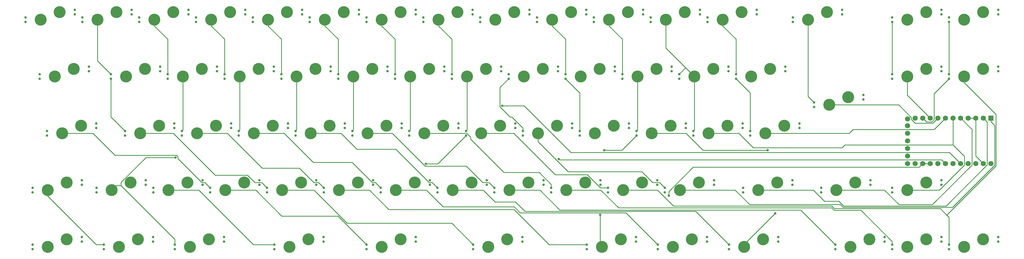
<source format=gtl>
%TF.GenerationSoftware,KiCad,Pcbnew,(5.99.0-12974-ge12f9a194d)*%
%TF.CreationDate,2022-03-06T12:10:11+01:00*%
%TF.ProjectId,lazercut,6c617a65-7263-4757-942e-6b696361645f,rev?*%
%TF.SameCoordinates,Original*%
%TF.FileFunction,Copper,L1,Top*%
%TF.FilePolarity,Positive*%
%FSLAX46Y46*%
G04 Gerber Fmt 4.6, Leading zero omitted, Abs format (unit mm)*
G04 Created by KiCad (PCBNEW (5.99.0-12974-ge12f9a194d)) date 2022-03-06 12:10:11*
%MOMM*%
%LPD*%
G01*
G04 APERTURE LIST*
%TA.AperFunction,ComponentPad*%
%ADD10C,0.800000*%
%TD*%
%TA.AperFunction,ComponentPad*%
%ADD11C,4.000000*%
%TD*%
%TA.AperFunction,ComponentPad*%
%ADD12R,1.752600X1.752600*%
%TD*%
%TA.AperFunction,ComponentPad*%
%ADD13C,1.752600*%
%TD*%
%TA.AperFunction,ViaPad*%
%ADD14C,0.800000*%
%TD*%
%TA.AperFunction,Conductor*%
%ADD15C,0.250000*%
%TD*%
G04 APERTURE END LIST*
D10*
X254235000Y-31223000D03*
X254235000Y-32747000D03*
D11*
X259315000Y-31985000D03*
D10*
X270745000Y-30207000D03*
D11*
X265665000Y-29445000D03*
D10*
X270745000Y-28683000D03*
X187560000Y-50273000D03*
X187560000Y-51797000D03*
D11*
X192640000Y-51035000D03*
X198990000Y-48495000D03*
D10*
X204070000Y-49257000D03*
X204070000Y-47733000D03*
X220897500Y-89897000D03*
D11*
X225977500Y-89135000D03*
D10*
X220897500Y-88373000D03*
X237407500Y-87357000D03*
X237407500Y-85833000D03*
D11*
X232327500Y-86595000D03*
D10*
X268522500Y-69323000D03*
X268522500Y-70847000D03*
D11*
X273602500Y-70085000D03*
D10*
X285032500Y-66783000D03*
X285032500Y-68307000D03*
D11*
X279952500Y-67545000D03*
D10*
X54210000Y-51797000D03*
X54210000Y-50273000D03*
D11*
X59290000Y-51035000D03*
X65640000Y-48495000D03*
D10*
X70720000Y-49257000D03*
X70720000Y-47733000D03*
X97072500Y-69323000D03*
X97072500Y-70847000D03*
D11*
X102152500Y-70085000D03*
D10*
X113582500Y-68307000D03*
D11*
X108502500Y-67545000D03*
D10*
X113582500Y-66783000D03*
D11*
X64052500Y-70085000D03*
D10*
X58972500Y-69323000D03*
X58972500Y-70847000D03*
D11*
X70402500Y-67545000D03*
D10*
X75482500Y-68307000D03*
X75482500Y-66783000D03*
X335197500Y-31223000D03*
D11*
X340277500Y-31985000D03*
D10*
X335197500Y-32747000D03*
X351707500Y-30207000D03*
D11*
X346627500Y-29445000D03*
D10*
X351707500Y-28683000D03*
X101835000Y-31223000D03*
D11*
X106915000Y-31985000D03*
D10*
X101835000Y-32747000D03*
D11*
X113265000Y-29445000D03*
D10*
X118345000Y-30207000D03*
X118345000Y-28683000D03*
D11*
X121202500Y-70085000D03*
D10*
X116122500Y-70847000D03*
X116122500Y-69323000D03*
X132632500Y-66783000D03*
X132632500Y-68307000D03*
D11*
X127552500Y-67545000D03*
D10*
X316147500Y-108947000D03*
D11*
X321227500Y-108185000D03*
D10*
X316147500Y-107423000D03*
X332657500Y-106407000D03*
D11*
X327577500Y-105645000D03*
D10*
X332657500Y-104883000D03*
X292335000Y-88373000D03*
D11*
X297415000Y-89135000D03*
D10*
X292335000Y-89897000D03*
X308845000Y-87357000D03*
D11*
X303765000Y-86595000D03*
D10*
X308845000Y-85833000D03*
D11*
X159302500Y-70085000D03*
D10*
X154222500Y-70847000D03*
X154222500Y-69323000D03*
X170732500Y-68307000D03*
X170732500Y-66783000D03*
D11*
X165652500Y-67545000D03*
D10*
X316147500Y-50273000D03*
X316147500Y-51797000D03*
D11*
X321227500Y-51035000D03*
D10*
X332657500Y-49257000D03*
D11*
X327577500Y-48495000D03*
D10*
X332657500Y-47733000D03*
D11*
X87865000Y-31985000D03*
D10*
X82785000Y-31223000D03*
X82785000Y-32747000D03*
X99295000Y-30207000D03*
D11*
X94215000Y-29445000D03*
D10*
X99295000Y-28683000D03*
X32778800Y-69323000D03*
D11*
X37858800Y-70085000D03*
D10*
X32778800Y-70847000D03*
D11*
X44208800Y-67545000D03*
D10*
X49288800Y-68307000D03*
X49288800Y-66783000D03*
D12*
X349250000Y-65024000D03*
D13*
X346710000Y-65024000D03*
X344170000Y-65024000D03*
X341630000Y-65024000D03*
X339090000Y-65024000D03*
X336550000Y-65024000D03*
X334010000Y-65024000D03*
X331470000Y-65024000D03*
X328930000Y-65024000D03*
X326390000Y-65024000D03*
X323850000Y-65024000D03*
X321310000Y-65252600D03*
X321310000Y-80264000D03*
X323850000Y-80264000D03*
X326390000Y-80264000D03*
X328930000Y-80264000D03*
X331470000Y-80264000D03*
X334010000Y-80264000D03*
X336550000Y-80264000D03*
X339090000Y-80264000D03*
X341630000Y-80264000D03*
X344170000Y-80264000D03*
X346710000Y-80264000D03*
X349250000Y-80264000D03*
X321310000Y-67564000D03*
X321310000Y-70104000D03*
X321310000Y-72644000D03*
X321310000Y-75184000D03*
X321310000Y-77724000D03*
D10*
X130410000Y-50273000D03*
X130410000Y-51797000D03*
D11*
X135490000Y-51035000D03*
X141840000Y-48495000D03*
D10*
X146920000Y-49257000D03*
X146920000Y-47733000D03*
X239947500Y-89897000D03*
X239947500Y-88373000D03*
D11*
X245027500Y-89135000D03*
X251377500Y-86595000D03*
D10*
X256457500Y-85833000D03*
X256457500Y-87357000D03*
D11*
X218833800Y-108185000D03*
D10*
X213753800Y-107423000D03*
X213753800Y-108947000D03*
X230263800Y-104883000D03*
X230263800Y-106407000D03*
D11*
X225183800Y-105645000D03*
X35477500Y-51035000D03*
D10*
X30397500Y-50273000D03*
X30397500Y-51797000D03*
X46907500Y-47733000D03*
X46907500Y-49257000D03*
D11*
X41827500Y-48495000D03*
X140252500Y-70085000D03*
D10*
X135172500Y-70847000D03*
X135172500Y-69323000D03*
X151682500Y-68307000D03*
X151682500Y-66783000D03*
D11*
X146602500Y-67545000D03*
D10*
X63735000Y-31223000D03*
D11*
X68815000Y-31985000D03*
D10*
X63735000Y-32747000D03*
X80245000Y-28683000D03*
X80245000Y-30207000D03*
D11*
X75165000Y-29445000D03*
X302177500Y-108185000D03*
D10*
X297097500Y-107423000D03*
X297097500Y-108947000D03*
X313607500Y-104883000D03*
X313607500Y-106407000D03*
D11*
X308527500Y-105645000D03*
D10*
X139935000Y-108947000D03*
D11*
X145015000Y-108185000D03*
D10*
X139935000Y-107423000D03*
X156445000Y-104883000D03*
D11*
X151365000Y-105645000D03*
D10*
X156445000Y-106407000D03*
X168510000Y-50273000D03*
X168510000Y-51797000D03*
D11*
X173590000Y-51035000D03*
D10*
X185020000Y-49257000D03*
X185020000Y-47733000D03*
D11*
X179940000Y-48495000D03*
D10*
X49447500Y-89897000D03*
D11*
X54527500Y-89135000D03*
D10*
X49447500Y-88373000D03*
D11*
X60877500Y-86595000D03*
D10*
X65957500Y-87357000D03*
X65957500Y-85833000D03*
X68497500Y-89897000D03*
X68497500Y-88373000D03*
D11*
X73577500Y-89135000D03*
D10*
X85007500Y-85833000D03*
X85007500Y-87357000D03*
D11*
X79927500Y-86595000D03*
X149777500Y-89135000D03*
D10*
X144697500Y-88373000D03*
X144697500Y-89897000D03*
X161207500Y-85833000D03*
X161207500Y-87357000D03*
D11*
X156127500Y-86595000D03*
D10*
X158985000Y-32747000D03*
X158985000Y-31223000D03*
D11*
X164065000Y-31985000D03*
D10*
X175495000Y-28683000D03*
X175495000Y-30207000D03*
D11*
X170415000Y-29445000D03*
X295033800Y-60560000D03*
D10*
X289953800Y-61322000D03*
X289953800Y-59798000D03*
X306463800Y-57258000D03*
D11*
X301383800Y-58020000D03*
D10*
X306463800Y-58782000D03*
X263760000Y-51797000D03*
X263760000Y-50273000D03*
D11*
X268840000Y-51035000D03*
D10*
X280270000Y-47733000D03*
X280270000Y-49257000D03*
D11*
X275190000Y-48495000D03*
D10*
X230422500Y-70847000D03*
D11*
X235502500Y-70085000D03*
D10*
X230422500Y-69323000D03*
D11*
X241852500Y-67545000D03*
D10*
X246932500Y-66783000D03*
X246932500Y-68307000D03*
X108978800Y-107423000D03*
X108978800Y-108947000D03*
D11*
X114058800Y-108185000D03*
D10*
X125488800Y-106407000D03*
D11*
X120408800Y-105645000D03*
D10*
X125488800Y-104883000D03*
X173272500Y-70847000D03*
D11*
X178352500Y-70085000D03*
D10*
X173272500Y-69323000D03*
X189782500Y-68307000D03*
D11*
X184702500Y-67545000D03*
D10*
X189782500Y-66783000D03*
X211372500Y-70847000D03*
X211372500Y-69323000D03*
D11*
X216452500Y-70085000D03*
X222802500Y-67545000D03*
D10*
X227882500Y-66783000D03*
X227882500Y-68307000D03*
X44685000Y-31223000D03*
D11*
X49765000Y-31985000D03*
D10*
X44685000Y-32747000D03*
X61195000Y-30207000D03*
X61195000Y-28683000D03*
D11*
X56115000Y-29445000D03*
D10*
X25635000Y-31223000D03*
X25635000Y-32747000D03*
D11*
X30715000Y-31985000D03*
D10*
X42145000Y-28683000D03*
D11*
X37065000Y-29445000D03*
D10*
X42145000Y-30207000D03*
X237566300Y-107423000D03*
X237566300Y-108947000D03*
D11*
X242646300Y-108185000D03*
X248996300Y-105645000D03*
D10*
X254076300Y-104883000D03*
X254076300Y-106407000D03*
X87547500Y-88373000D03*
D11*
X92627500Y-89135000D03*
D10*
X87547500Y-89897000D03*
X104057500Y-85833000D03*
D11*
X98977500Y-86595000D03*
D10*
X104057500Y-87357000D03*
X182797500Y-89897000D03*
X182797500Y-88373000D03*
D11*
X187877500Y-89135000D03*
X194227500Y-86595000D03*
D10*
X199307500Y-85833000D03*
X199307500Y-87357000D03*
X206610000Y-51797000D03*
X206610000Y-50273000D03*
D11*
X211690000Y-51035000D03*
X218040000Y-48495000D03*
D10*
X223120000Y-47733000D03*
X223120000Y-49257000D03*
D11*
X206927500Y-89135000D03*
D10*
X201847500Y-88373000D03*
X201847500Y-89897000D03*
X218357500Y-85833000D03*
X218357500Y-87357000D03*
D11*
X213277500Y-86595000D03*
D10*
X197085000Y-32747000D03*
D11*
X202165000Y-31985000D03*
D10*
X197085000Y-31223000D03*
D11*
X208515000Y-29445000D03*
D10*
X213595000Y-30207000D03*
X213595000Y-28683000D03*
D11*
X145015000Y-31985000D03*
D10*
X139935000Y-32747000D03*
X139935000Y-31223000D03*
X156445000Y-30207000D03*
X156445000Y-28683000D03*
D11*
X151365000Y-29445000D03*
D10*
X178035000Y-32747000D03*
D11*
X183115000Y-31985000D03*
D10*
X178035000Y-31223000D03*
X194545000Y-28683000D03*
D11*
X189465000Y-29445000D03*
D10*
X194545000Y-30207000D03*
X120885000Y-32747000D03*
D11*
X125965000Y-31985000D03*
D10*
X120885000Y-31223000D03*
D11*
X132315000Y-29445000D03*
D10*
X137395000Y-30207000D03*
X137395000Y-28683000D03*
X316147500Y-31223000D03*
X316147500Y-32747000D03*
D11*
X321227500Y-31985000D03*
D10*
X332657500Y-28683000D03*
X332657500Y-30207000D03*
D11*
X327577500Y-29445000D03*
D10*
X216135000Y-32747000D03*
D11*
X221215000Y-31985000D03*
D10*
X216135000Y-31223000D03*
X232645000Y-28683000D03*
X232645000Y-30207000D03*
D11*
X227565000Y-29445000D03*
D10*
X192322500Y-70847000D03*
X192322500Y-69323000D03*
D11*
X197402500Y-70085000D03*
D10*
X208832500Y-68307000D03*
X208832500Y-66783000D03*
D11*
X203752500Y-67545000D03*
X240265000Y-31985000D03*
D10*
X235185000Y-31223000D03*
X235185000Y-32747000D03*
X251695000Y-28683000D03*
X251695000Y-30207000D03*
D11*
X246615000Y-29445000D03*
D10*
X163747500Y-88373000D03*
D11*
X168827500Y-89135000D03*
D10*
X163747500Y-89897000D03*
X180257500Y-85833000D03*
X180257500Y-87357000D03*
D11*
X175177500Y-86595000D03*
D10*
X51828800Y-108947000D03*
X51828800Y-107423000D03*
D11*
X56908800Y-108185000D03*
D10*
X68338800Y-106407000D03*
X68338800Y-104883000D03*
D11*
X63258800Y-105645000D03*
D10*
X92310000Y-50273000D03*
X92310000Y-51797000D03*
D11*
X97390000Y-51035000D03*
D10*
X108820000Y-49257000D03*
D11*
X103740000Y-48495000D03*
D10*
X108820000Y-47733000D03*
X225660000Y-50273000D03*
D11*
X230740000Y-51035000D03*
D10*
X225660000Y-51797000D03*
X242170000Y-49257000D03*
X242170000Y-47733000D03*
D11*
X237090000Y-48495000D03*
X33096300Y-108185000D03*
D10*
X28016300Y-107423000D03*
X28016300Y-108947000D03*
X44526300Y-104883000D03*
D11*
X39446300Y-105645000D03*
D10*
X44526300Y-106407000D03*
X149460000Y-50273000D03*
X149460000Y-51797000D03*
D11*
X154540000Y-51035000D03*
D10*
X165970000Y-49257000D03*
D11*
X160890000Y-48495000D03*
D10*
X165970000Y-47733000D03*
X73260000Y-50273000D03*
D11*
X78340000Y-51035000D03*
D10*
X73260000Y-51797000D03*
D11*
X84690000Y-48495000D03*
D10*
X89770000Y-47733000D03*
X89770000Y-49257000D03*
X335197500Y-107423000D03*
X335197500Y-108947000D03*
D11*
X340277500Y-108185000D03*
D10*
X351707500Y-106407000D03*
D11*
X346627500Y-105645000D03*
D10*
X351707500Y-104883000D03*
D11*
X180733800Y-108185000D03*
D10*
X175653800Y-107423000D03*
X175653800Y-108947000D03*
X192163800Y-104883000D03*
X192163800Y-106407000D03*
D11*
X187083800Y-105645000D03*
X340277500Y-51035000D03*
D10*
X335197500Y-51797000D03*
X335197500Y-50273000D03*
X351707500Y-49257000D03*
D11*
X346627500Y-48495000D03*
D10*
X351707500Y-47733000D03*
X249472500Y-69323000D03*
X249472500Y-70847000D03*
D11*
X254552500Y-70085000D03*
X260902500Y-67545000D03*
D10*
X265982500Y-66783000D03*
X265982500Y-68307000D03*
X111360000Y-51797000D03*
X111360000Y-50273000D03*
D11*
X116440000Y-51035000D03*
X122790000Y-48495000D03*
D10*
X127870000Y-47733000D03*
X127870000Y-49257000D03*
X282810000Y-32747000D03*
X282810000Y-31223000D03*
D11*
X287890000Y-31985000D03*
D10*
X299320000Y-30207000D03*
X299320000Y-28683000D03*
D11*
X294240000Y-29445000D03*
X130727500Y-89135000D03*
D10*
X125647500Y-89897000D03*
X125647500Y-88373000D03*
X142157500Y-87357000D03*
D11*
X137077500Y-86595000D03*
D10*
X142157500Y-85833000D03*
X106597500Y-89897000D03*
X106597500Y-88373000D03*
D11*
X111677500Y-89135000D03*
D10*
X123107500Y-87357000D03*
D11*
X118027500Y-86595000D03*
D10*
X123107500Y-85833000D03*
X75641300Y-108947000D03*
X75641300Y-107423000D03*
D11*
X80721300Y-108185000D03*
X87071300Y-105645000D03*
D10*
X92151300Y-106407000D03*
X92151300Y-104883000D03*
X266141300Y-89897000D03*
D11*
X271221300Y-89135000D03*
D10*
X266141300Y-88373000D03*
X282651300Y-87357000D03*
X282651300Y-85833000D03*
D11*
X277571300Y-86595000D03*
D10*
X28016300Y-88373000D03*
X28016300Y-89897000D03*
D11*
X33096300Y-89135000D03*
D10*
X44526300Y-87357000D03*
X44526300Y-85833000D03*
D11*
X39446300Y-86595000D03*
D10*
X244710000Y-51797000D03*
D11*
X249790000Y-51035000D03*
D10*
X244710000Y-50273000D03*
X261220000Y-49257000D03*
X261220000Y-47733000D03*
D11*
X256140000Y-48495000D03*
D10*
X261378800Y-107423000D03*
X261378800Y-108947000D03*
D11*
X266458800Y-108185000D03*
X272808800Y-105645000D03*
D10*
X277888800Y-104883000D03*
X277888800Y-106407000D03*
X78022500Y-69323000D03*
X78022500Y-70847000D03*
D11*
X83102500Y-70085000D03*
X89452500Y-67545000D03*
D10*
X94532500Y-68307000D03*
X94532500Y-66783000D03*
D11*
X321227500Y-89135000D03*
D10*
X316147500Y-89897000D03*
X316147500Y-88373000D03*
X332657500Y-85833000D03*
D11*
X327577500Y-86595000D03*
D10*
X332657500Y-87357000D03*
D14*
X185419200Y-60891300D03*
X204310000Y-78724900D03*
X241247100Y-91000600D03*
X218195400Y-97451100D03*
X219617900Y-75788100D03*
X274330400Y-75728800D03*
X276926300Y-96904200D03*
X75930900Y-78198900D03*
X159841800Y-80356900D03*
D15*
X208405000Y-76513400D02*
X335339400Y-76513400D01*
X192782900Y-60891300D02*
X208405000Y-76513400D01*
X335339400Y-76513400D02*
X339090000Y-80264000D01*
X185419200Y-60891300D02*
X192782900Y-60891300D01*
X334010000Y-80264000D02*
X332722700Y-78976700D01*
X204561800Y-78976700D02*
X204310000Y-78724900D01*
X332722700Y-78976700D02*
X204561800Y-78976700D01*
X326390000Y-80264000D02*
X325188400Y-81465600D01*
X328930000Y-80264000D02*
X326390000Y-80264000D01*
X241247100Y-89626100D02*
X241247100Y-91000600D01*
X249407600Y-81465600D02*
X241247100Y-89626100D01*
X325188400Y-81465600D02*
X249407600Y-81465600D01*
X139935000Y-107423000D02*
X130355200Y-97843200D01*
X184649600Y-54707400D02*
X184649600Y-61201800D01*
X263470900Y-89135000D02*
X245027500Y-89135000D01*
X187560000Y-51797000D02*
X184649600Y-54707400D01*
X336338900Y-94899800D02*
X299620900Y-94899800D01*
X299620900Y-94899800D02*
X298720300Y-93999200D01*
X188128700Y-64680900D02*
X188723500Y-64680900D01*
X268335100Y-93999200D02*
X263470900Y-89135000D01*
X349250000Y-65024000D02*
X349250000Y-66225600D01*
X350451600Y-67427200D02*
X350451600Y-80787100D01*
X76231400Y-77473600D02*
X55595900Y-77473600D01*
X197402500Y-72879100D02*
X207456100Y-82932700D01*
X130355200Y-97843200D02*
X111497300Y-97843200D01*
X235850600Y-86595000D02*
X238169500Y-86595000D01*
X192322500Y-68279900D02*
X192322500Y-69323000D01*
X238169500Y-86595000D02*
X239947500Y-88373000D01*
X188723500Y-64680900D02*
X192322500Y-68279900D01*
X84705600Y-86595000D02*
X76656200Y-78545600D01*
X102789100Y-89135000D02*
X92627500Y-89135000D01*
X197402500Y-70085000D02*
X197402500Y-72879100D01*
X184649600Y-61201800D02*
X188128700Y-64680900D01*
X232188300Y-82932700D02*
X235850600Y-86595000D01*
X76656200Y-78545600D02*
X76656200Y-77898400D01*
X87547500Y-88373000D02*
X85769500Y-86595000D01*
X85769500Y-86595000D02*
X84705600Y-86595000D01*
X349250000Y-66225600D02*
X350451600Y-67427200D01*
X76656200Y-77898400D02*
X76231400Y-77473600D01*
X48207300Y-70085000D02*
X37858800Y-70085000D01*
X55595900Y-77473600D02*
X48207300Y-70085000D01*
X298720300Y-93999200D02*
X268335100Y-93999200D01*
X111497300Y-97843200D02*
X102789100Y-89135000D01*
X207456100Y-82932700D02*
X232188300Y-82932700D01*
X350451600Y-80787100D02*
X336338900Y-94899800D01*
X104819500Y-86595000D02*
X106597500Y-88373000D01*
X111677500Y-89135000D02*
X122283900Y-89135000D01*
X58972500Y-69323000D02*
X54210000Y-64560500D01*
X54210000Y-50273000D02*
X49765000Y-45828000D01*
X133413800Y-100264900D02*
X168495700Y-100264900D01*
X168495700Y-100264900D02*
X175653800Y-107423000D01*
X54210000Y-64560500D02*
X54210000Y-51797000D01*
X49765000Y-45828000D02*
X49765000Y-31985000D01*
X293405100Y-92875400D02*
X298233400Y-92875400D01*
X75140800Y-70085000D02*
X89160000Y-84104200D01*
X100009800Y-84104200D02*
X102500600Y-86595000D01*
X206610000Y-38542300D02*
X202165000Y-34097300D01*
X334225200Y-94449500D02*
X347980000Y-80694700D01*
X122283900Y-89135000D02*
X133413800Y-100264900D01*
X102500600Y-86595000D02*
X104819500Y-86595000D01*
X271221300Y-89135000D02*
X289664700Y-89135000D01*
X298233400Y-92875400D02*
X299807500Y-94449500D01*
X64052500Y-70085000D02*
X75140800Y-70085000D01*
X289664700Y-89135000D02*
X293405100Y-92875400D01*
X89160000Y-84104200D02*
X100009800Y-84104200D01*
X211372500Y-56559500D02*
X211372500Y-69323000D01*
X202165000Y-34097300D02*
X202165000Y-31985000D01*
X347980000Y-66294000D02*
X346710000Y-65024000D01*
X347980000Y-80694700D02*
X347980000Y-66294000D01*
X206610000Y-51797000D02*
X211372500Y-56559500D01*
X299807500Y-94449500D02*
X334225200Y-94449500D01*
X206610000Y-50273000D02*
X206610000Y-38542300D01*
X130727500Y-89135000D02*
X140889100Y-89135000D01*
X230740000Y-69005500D02*
X230422500Y-69323000D01*
X247005000Y-70085000D02*
X252648800Y-75728800D01*
X297415000Y-89135000D02*
X313522200Y-89135000D01*
X230422500Y-70847000D02*
X225481400Y-75788100D01*
X189333100Y-95629000D02*
X201127100Y-107423000D01*
X342840500Y-68774500D02*
X339090000Y-65024000D01*
X122254300Y-86595000D02*
X117409100Y-81749800D01*
X225660000Y-38542300D02*
X221215000Y-34097300D01*
X123869500Y-86595000D02*
X122254300Y-86595000D01*
X252648800Y-75728800D02*
X274330400Y-75728800D01*
X104928900Y-81749800D02*
X93264100Y-70085000D01*
X313522200Y-89135000D02*
X318386300Y-93999100D01*
X230740000Y-51035000D02*
X230740000Y-69005500D01*
X235502500Y-70085000D02*
X247005000Y-70085000D01*
X125647500Y-88373000D02*
X123869500Y-86595000D01*
X140889100Y-89135000D02*
X147383100Y-95629000D01*
X218195400Y-97451100D02*
X218195400Y-107546600D01*
X201127100Y-107423000D02*
X213753800Y-107423000D01*
X78340000Y-69005500D02*
X78340000Y-51035000D01*
X329595200Y-93999100D02*
X342840500Y-80753800D01*
X68815000Y-34097300D02*
X68815000Y-31985000D01*
X73260000Y-50273000D02*
X73260000Y-38542300D01*
X78022500Y-69323000D02*
X78340000Y-69005500D01*
X221215000Y-34097300D02*
X221215000Y-31985000D01*
X93264100Y-70085000D02*
X83102500Y-70085000D01*
X225481400Y-75788100D02*
X219617900Y-75788100D01*
X225660000Y-50273000D02*
X225660000Y-38542300D01*
X117409100Y-81749800D02*
X104928900Y-81749800D01*
X147383100Y-95629000D02*
X189333100Y-95629000D01*
X218195400Y-107546600D02*
X218833800Y-108185000D01*
X318386300Y-93999100D02*
X329595200Y-93999100D01*
X342840500Y-80753800D02*
X342840500Y-68774500D01*
X73260000Y-38542300D02*
X68815000Y-34097300D01*
X331962200Y-89135000D02*
X321227500Y-89135000D01*
X340344700Y-80752500D02*
X331962200Y-89135000D01*
X159939100Y-89135000D02*
X149777500Y-89135000D01*
X226869100Y-96725800D02*
X191385100Y-96725800D01*
X122054300Y-79825200D02*
X112314100Y-70085000D01*
X141855500Y-86595000D02*
X135085700Y-79825200D01*
X135085700Y-79825200D02*
X122054300Y-79825200D01*
X336550000Y-73978400D02*
X300280300Y-73978400D01*
X246869000Y-48114000D02*
X240265000Y-41510000D01*
X336550000Y-73978400D02*
X340344700Y-77773100D01*
X336550000Y-73978400D02*
X336550000Y-65024000D01*
X92310000Y-38542300D02*
X87865000Y-34097300D01*
X165549800Y-94745700D02*
X159939100Y-89135000D01*
X92310000Y-50273000D02*
X92310000Y-38542300D01*
X269573400Y-74944300D02*
X264714100Y-70085000D01*
X249472500Y-69323000D02*
X249790000Y-69005500D01*
X87865000Y-34097300D02*
X87865000Y-31985000D01*
X300280300Y-73978400D02*
X299314400Y-74944300D01*
X340344700Y-77773100D02*
X340344700Y-80752500D01*
X189405000Y-94745700D02*
X165549800Y-94745700D01*
X264714100Y-70085000D02*
X254552500Y-70085000D01*
X299314400Y-74944300D02*
X269573400Y-74944300D01*
X249790000Y-51035000D02*
X246869000Y-48114000D01*
X112314100Y-70085000D02*
X102152500Y-70085000D01*
X246869000Y-48114000D02*
X244710000Y-50273000D01*
X144697500Y-88373000D02*
X142919500Y-86595000D01*
X142919500Y-86595000D02*
X141855500Y-86595000D01*
X240265000Y-41510000D02*
X240265000Y-31985000D01*
X237566300Y-107423000D02*
X226869100Y-96725800D01*
X249790000Y-69005500D02*
X249790000Y-51035000D01*
X191385100Y-96725800D02*
X189405000Y-94745700D01*
X97390000Y-69005500D02*
X97390000Y-51035000D01*
X97072500Y-69323000D02*
X97390000Y-69005500D01*
X116440000Y-69005500D02*
X116440000Y-51035000D01*
X106915000Y-34097300D02*
X106915000Y-31985000D01*
X250231300Y-96275500D02*
X261378800Y-107423000D01*
X131364100Y-70085000D02*
X121202500Y-70085000D01*
X302980700Y-68834000D02*
X330200000Y-68834000D01*
X189878200Y-93145700D02*
X193008000Y-96275500D01*
X178989100Y-89135000D02*
X182999800Y-93145700D01*
X193008000Y-96275500D02*
X250231300Y-96275500D01*
X266458800Y-108185000D02*
X266458800Y-107371700D01*
X273602500Y-70085000D02*
X301729700Y-70085000D01*
X266458800Y-107371700D02*
X276926300Y-96904200D01*
X168827500Y-89135000D02*
X178989100Y-89135000D01*
X116122500Y-69323000D02*
X116440000Y-69005500D01*
X263760000Y-50273000D02*
X263760000Y-38542300D01*
X161969500Y-86595000D02*
X160905500Y-86595000D01*
X268522500Y-56559500D02*
X268522500Y-69323000D01*
X301729700Y-70085000D02*
X302980700Y-68834000D01*
X149728300Y-75417800D02*
X136696900Y-75417800D01*
X160905500Y-86595000D02*
X149728300Y-75417800D01*
X259315000Y-34097300D02*
X259315000Y-31985000D01*
X263760000Y-51797000D02*
X268522500Y-56559500D01*
X163747500Y-88373000D02*
X161969500Y-86595000D01*
X111360000Y-50273000D02*
X111360000Y-38542300D01*
X111360000Y-38542300D02*
X106915000Y-34097300D01*
X182999800Y-93145700D02*
X189878200Y-93145700D01*
X330200000Y-68834000D02*
X334010000Y-65024000D01*
X263760000Y-38542300D02*
X259315000Y-34097300D01*
X136696900Y-75417800D02*
X131364100Y-70085000D01*
X204704700Y-95800600D02*
X285475100Y-95800600D01*
X125965000Y-34097300D02*
X125965000Y-31985000D01*
X323826600Y-66716100D02*
X329777900Y-66716100D01*
X148544200Y-70085000D02*
X159541400Y-81082200D01*
X173361100Y-81082200D02*
X178873900Y-86595000D01*
X135172500Y-69323000D02*
X135490000Y-69005500D01*
X130410000Y-50273000D02*
X130410000Y-38542300D01*
X322580000Y-65469500D02*
X323826600Y-66716100D01*
X178873900Y-86595000D02*
X181019500Y-86595000D01*
X159541400Y-81082200D02*
X173361100Y-81082200D01*
X181019500Y-86595000D02*
X182797500Y-88373000D01*
X295033800Y-60560000D02*
X318334600Y-60560000D01*
X285475100Y-95800600D02*
X297097500Y-107423000D01*
X287890000Y-57734200D02*
X287890000Y-31985000D01*
X130410000Y-38542300D02*
X125965000Y-34097300D01*
X135490000Y-69005500D02*
X135490000Y-51035000D01*
X33096300Y-89135000D02*
X33096300Y-91192600D01*
X33096300Y-91192600D02*
X49326700Y-107423000D01*
X329777900Y-66716100D02*
X331470000Y-65024000D01*
X318334600Y-60560000D02*
X322580000Y-64805400D01*
X49326700Y-107423000D02*
X51828800Y-107423000D01*
X187877500Y-89135000D02*
X198039100Y-89135000D01*
X198039100Y-89135000D02*
X204704700Y-95800600D01*
X322580000Y-64805400D02*
X322580000Y-65469500D01*
X140252500Y-70085000D02*
X148544200Y-70085000D01*
X289953800Y-59798000D02*
X287890000Y-57734200D01*
X305712200Y-95953700D02*
X316147500Y-106389000D01*
X224381600Y-95086600D02*
X295819700Y-95086600D01*
X316147500Y-50273000D02*
X316147500Y-32747000D01*
X57621600Y-87655000D02*
X75641300Y-105674700D01*
X197829900Y-83226400D02*
X201847500Y-87244000D01*
X201847500Y-87244000D02*
X201847500Y-88373000D01*
X218430000Y-89135000D02*
X224381600Y-95086600D01*
X206927500Y-89135000D02*
X218430000Y-89135000D01*
X149460000Y-50273000D02*
X149460000Y-38542300D01*
X57621600Y-87655000D02*
X57621600Y-86545300D01*
X173551200Y-70085000D02*
X174826500Y-71360300D01*
X154222500Y-69323000D02*
X154540000Y-69005500D01*
X316147500Y-106389000D02*
X316147500Y-107423000D01*
X328930000Y-65024000D02*
X321227500Y-57321500D01*
X296686800Y-95953700D02*
X305712200Y-95953700D01*
X65968000Y-78198900D02*
X75930900Y-78198900D01*
X149460000Y-38542300D02*
X145015000Y-34097300D01*
X56007500Y-87655000D02*
X57621600Y-87655000D01*
X321227500Y-57321500D02*
X321227500Y-51035000D01*
X159302500Y-70085000D02*
X173551200Y-70085000D01*
X185978900Y-83226400D02*
X197829900Y-83226400D01*
X154540000Y-69005500D02*
X154540000Y-51035000D01*
X174826500Y-72074000D02*
X185978900Y-83226400D01*
X174826500Y-71360300D02*
X174826500Y-72074000D01*
X57621600Y-86545300D02*
X65968000Y-78198900D01*
X295819700Y-95086600D02*
X296686800Y-95953700D01*
X75641300Y-105674700D02*
X75641300Y-107423000D01*
X145015000Y-34097300D02*
X145015000Y-31985000D01*
X54527500Y-89135000D02*
X56007500Y-87655000D01*
X330200000Y-56794500D02*
X330200000Y-65460100D01*
X335197500Y-98308500D02*
X335197500Y-107423000D01*
X163762600Y-80356900D02*
X159841800Y-80356900D01*
X73577500Y-89135000D02*
X83718100Y-89135000D01*
X329394400Y-66265700D02*
X327631700Y-66265700D01*
X335197500Y-51797000D02*
X330200000Y-56794500D01*
X173272500Y-70847000D02*
X163762600Y-80356900D01*
X83718100Y-89135000D02*
X102006100Y-107423000D01*
X213910000Y-83935400D02*
X218347600Y-88373000D01*
X242794600Y-94449600D02*
X295858100Y-94449600D01*
X334401400Y-97512300D02*
X335197500Y-98308500D01*
X335197500Y-32747000D02*
X335197500Y-50273000D01*
X350934200Y-63730200D02*
X350934200Y-80979500D01*
X189302200Y-70085000D02*
X203152600Y-83935400D01*
X340277500Y-53073500D02*
X350934200Y-63730200D01*
X164065000Y-34097300D02*
X164065000Y-31985000D01*
X203152600Y-83935400D02*
X213910000Y-83935400D01*
X178352500Y-70085000D02*
X189302200Y-70085000D01*
X173272500Y-69323000D02*
X173590000Y-69005500D01*
X332239200Y-95350200D02*
X334401400Y-97512300D01*
X296758700Y-95350200D02*
X332239200Y-95350200D01*
X168510000Y-38542300D02*
X164065000Y-34097300D01*
X225977500Y-89135000D02*
X237480000Y-89135000D01*
X237480000Y-89135000D02*
X242794600Y-94449600D01*
X102006100Y-107423000D02*
X108978800Y-107423000D01*
X330200000Y-65460100D02*
X329394400Y-66265700D01*
X327631700Y-66265700D02*
X326390000Y-65024000D01*
X340277500Y-51035000D02*
X340277500Y-53073500D01*
X168510000Y-50273000D02*
X168510000Y-38542300D01*
X173590000Y-69005500D02*
X173590000Y-51035000D01*
X350934200Y-80979500D02*
X334401400Y-97512300D01*
X218347600Y-88373000D02*
X220897500Y-88373000D01*
X295858100Y-94449600D02*
X296758700Y-95350200D01*
X344170000Y-77724000D02*
X344170000Y-65024000D01*
X346710000Y-80264000D02*
X344170000Y-77724000D01*
X341630000Y-65024000D02*
X344170000Y-65024000D01*
M02*

</source>
